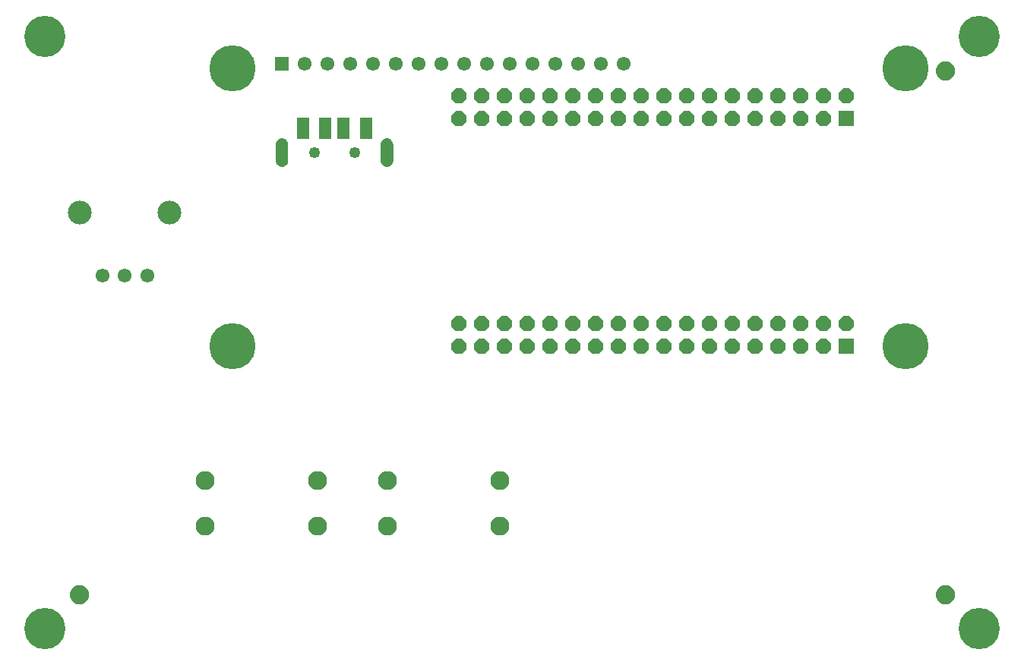
<source format=gbr>
G04 EAGLE Gerber RS-274X export*
G75*
%MOMM*%
%FSLAX34Y34*%
%LPD*%
%INSoldermask Bottom*%
%IPPOS*%
%AMOC8*
5,1,8,0,0,1.08239X$1,22.5*%
G01*
%ADD10R,1.676400X1.676400*%
%ADD11P,1.814519X8X202.500000*%
%ADD12C,1.552400*%
%ADD13C,2.652400*%
%ADD14C,2.112400*%
%ADD15R,1.552400X1.552400*%
%ADD16C,5.152400*%
%ADD17C,0.609600*%
%ADD18C,1.168400*%
%ADD19C,4.597400*%
%ADD20R,1.352400X2.452400*%
%ADD21C,1.252400*%
%ADD22C,0.852400*%

G36*
X316246Y565790D02*
X316246Y565790D01*
X316246Y565791D01*
X316247Y565790D01*
X317560Y566189D01*
X317561Y566189D01*
X318771Y566836D01*
X318771Y566837D01*
X318772Y566836D01*
X319832Y567707D01*
X319833Y567708D01*
X320704Y568768D01*
X320704Y568769D01*
X321351Y569979D01*
X321351Y569980D01*
X321750Y571293D01*
X321749Y571294D01*
X321750Y571294D01*
X321884Y572660D01*
X321884Y590660D01*
X321750Y592026D01*
X321749Y592026D01*
X321750Y592027D01*
X321351Y593340D01*
X321351Y593341D01*
X320704Y594551D01*
X320703Y594551D01*
X320704Y594552D01*
X319833Y595612D01*
X319832Y595613D01*
X318772Y596484D01*
X318771Y596484D01*
X317561Y597131D01*
X317560Y597131D01*
X316247Y597530D01*
X316246Y597529D01*
X316246Y597530D01*
X314880Y597664D01*
X313514Y597530D01*
X313514Y597529D01*
X313513Y597530D01*
X312200Y597131D01*
X312199Y597131D01*
X310989Y596484D01*
X310989Y596483D01*
X310988Y596484D01*
X309928Y595613D01*
X309927Y595612D01*
X309056Y594552D01*
X309056Y594551D01*
X308409Y593341D01*
X308409Y593340D01*
X308010Y592027D01*
X308011Y592026D01*
X308010Y592026D01*
X307876Y590660D01*
X307876Y572660D01*
X308010Y571294D01*
X308011Y571294D01*
X308010Y571293D01*
X308409Y569980D01*
X308409Y569979D01*
X309056Y568769D01*
X309057Y568769D01*
X309056Y568768D01*
X309927Y567708D01*
X309928Y567707D01*
X310988Y566836D01*
X310989Y566836D01*
X312199Y566189D01*
X312200Y566189D01*
X313513Y565790D01*
X313514Y565791D01*
X313514Y565790D01*
X314880Y565656D01*
X316246Y565790D01*
G37*
G36*
X433246Y565790D02*
X433246Y565790D01*
X433246Y565791D01*
X433247Y565790D01*
X434560Y566189D01*
X434561Y566189D01*
X435771Y566836D01*
X435771Y566837D01*
X435772Y566836D01*
X436832Y567707D01*
X436833Y567708D01*
X437704Y568768D01*
X437704Y568769D01*
X438351Y569979D01*
X438351Y569980D01*
X438750Y571293D01*
X438749Y571294D01*
X438750Y571294D01*
X438884Y572660D01*
X438884Y590660D01*
X438750Y592026D01*
X438749Y592026D01*
X438750Y592027D01*
X438351Y593340D01*
X438351Y593341D01*
X437704Y594551D01*
X437703Y594551D01*
X437704Y594552D01*
X436833Y595612D01*
X436832Y595613D01*
X435772Y596484D01*
X435771Y596484D01*
X434561Y597131D01*
X434560Y597131D01*
X433247Y597530D01*
X433246Y597529D01*
X433246Y597530D01*
X431880Y597664D01*
X430514Y597530D01*
X430514Y597529D01*
X430513Y597530D01*
X429200Y597131D01*
X429199Y597131D01*
X427989Y596484D01*
X427989Y596483D01*
X427988Y596484D01*
X426928Y595613D01*
X426927Y595612D01*
X426056Y594552D01*
X426056Y594551D01*
X425409Y593341D01*
X425409Y593340D01*
X425010Y592027D01*
X425011Y592026D01*
X425010Y592026D01*
X424876Y590660D01*
X424876Y572660D01*
X425010Y571294D01*
X425011Y571294D01*
X425010Y571293D01*
X425409Y569980D01*
X425409Y569979D01*
X426056Y568769D01*
X426057Y568769D01*
X426056Y568768D01*
X426927Y567708D01*
X426928Y567707D01*
X427988Y566836D01*
X427989Y566836D01*
X429199Y566189D01*
X429200Y566189D01*
X430513Y565790D01*
X430514Y565791D01*
X430514Y565790D01*
X431880Y565656D01*
X433246Y565790D01*
G37*
D10*
X944200Y365500D03*
D11*
X944200Y390900D03*
X918800Y365500D03*
X918800Y390900D03*
X893400Y365500D03*
X893400Y390900D03*
X868000Y365500D03*
X868000Y390900D03*
X842600Y365500D03*
X842600Y390900D03*
X817200Y365500D03*
X817200Y390900D03*
X791800Y365500D03*
X791800Y390900D03*
X766400Y365500D03*
X766400Y390900D03*
X741000Y365500D03*
X741000Y390900D03*
X715600Y365500D03*
X715600Y390900D03*
X690200Y365500D03*
X690200Y390900D03*
X664800Y365500D03*
X664800Y390900D03*
X639400Y365500D03*
X639400Y390900D03*
X614000Y365500D03*
X614000Y390900D03*
X588600Y365500D03*
X588600Y390900D03*
X563200Y365500D03*
X563200Y390900D03*
X537800Y365500D03*
X537800Y390900D03*
X512400Y365500D03*
X512400Y390900D03*
D10*
X944200Y619500D03*
D11*
X944200Y644900D03*
X918800Y619500D03*
X918800Y644900D03*
X893400Y619500D03*
X893400Y644900D03*
X868000Y619500D03*
X868000Y644900D03*
X842600Y619500D03*
X842600Y644900D03*
X817200Y619500D03*
X817200Y644900D03*
X791800Y619500D03*
X791800Y644900D03*
X766400Y619500D03*
X766400Y644900D03*
X741000Y619500D03*
X741000Y644900D03*
X715600Y619500D03*
X715600Y644900D03*
X690200Y619500D03*
X690200Y644900D03*
X664800Y619500D03*
X664800Y644900D03*
X639400Y619500D03*
X639400Y644900D03*
X614000Y619500D03*
X614000Y644900D03*
X588600Y619500D03*
X588600Y644900D03*
X563200Y619500D03*
X563200Y644900D03*
X537800Y619500D03*
X537800Y644900D03*
X512400Y619500D03*
X512400Y644900D03*
D12*
X114700Y444500D03*
X139700Y444500D03*
X164700Y444500D03*
D13*
X89700Y514500D03*
X189700Y514500D03*
D14*
X354600Y215500D03*
X354600Y165500D03*
X229600Y165500D03*
X229600Y215500D03*
D15*
X315000Y680700D03*
D12*
X340400Y680700D03*
X365800Y680700D03*
X391200Y680700D03*
X416600Y680700D03*
X442000Y680700D03*
X467400Y680700D03*
X492800Y680700D03*
X518200Y680700D03*
X543600Y680700D03*
X569000Y680700D03*
X594400Y680700D03*
X619800Y680700D03*
X645200Y680700D03*
X670600Y680700D03*
X696000Y680700D03*
D16*
X260000Y675700D03*
X1010000Y675700D03*
X260000Y365700D03*
X1010000Y365700D03*
D14*
X557800Y215500D03*
X557800Y165500D03*
X432800Y165500D03*
X432800Y215500D03*
D17*
X81280Y88900D02*
X81282Y89087D01*
X81289Y89274D01*
X81301Y89461D01*
X81317Y89647D01*
X81337Y89833D01*
X81362Y90018D01*
X81392Y90203D01*
X81426Y90387D01*
X81465Y90570D01*
X81508Y90752D01*
X81556Y90932D01*
X81608Y91112D01*
X81665Y91290D01*
X81725Y91467D01*
X81791Y91642D01*
X81860Y91816D01*
X81934Y91988D01*
X82012Y92158D01*
X82094Y92326D01*
X82180Y92492D01*
X82270Y92656D01*
X82364Y92817D01*
X82462Y92977D01*
X82564Y93133D01*
X82670Y93288D01*
X82780Y93439D01*
X82893Y93588D01*
X83010Y93734D01*
X83130Y93877D01*
X83254Y94017D01*
X83381Y94154D01*
X83512Y94288D01*
X83646Y94419D01*
X83783Y94546D01*
X83923Y94670D01*
X84066Y94790D01*
X84212Y94907D01*
X84361Y95020D01*
X84512Y95130D01*
X84667Y95236D01*
X84823Y95338D01*
X84983Y95436D01*
X85144Y95530D01*
X85308Y95620D01*
X85474Y95706D01*
X85642Y95788D01*
X85812Y95866D01*
X85984Y95940D01*
X86158Y96009D01*
X86333Y96075D01*
X86510Y96135D01*
X86688Y96192D01*
X86868Y96244D01*
X87048Y96292D01*
X87230Y96335D01*
X87413Y96374D01*
X87597Y96408D01*
X87782Y96438D01*
X87967Y96463D01*
X88153Y96483D01*
X88339Y96499D01*
X88526Y96511D01*
X88713Y96518D01*
X88900Y96520D01*
X89087Y96518D01*
X89274Y96511D01*
X89461Y96499D01*
X89647Y96483D01*
X89833Y96463D01*
X90018Y96438D01*
X90203Y96408D01*
X90387Y96374D01*
X90570Y96335D01*
X90752Y96292D01*
X90932Y96244D01*
X91112Y96192D01*
X91290Y96135D01*
X91467Y96075D01*
X91642Y96009D01*
X91816Y95940D01*
X91988Y95866D01*
X92158Y95788D01*
X92326Y95706D01*
X92492Y95620D01*
X92656Y95530D01*
X92817Y95436D01*
X92977Y95338D01*
X93133Y95236D01*
X93288Y95130D01*
X93439Y95020D01*
X93588Y94907D01*
X93734Y94790D01*
X93877Y94670D01*
X94017Y94546D01*
X94154Y94419D01*
X94288Y94288D01*
X94419Y94154D01*
X94546Y94017D01*
X94670Y93877D01*
X94790Y93734D01*
X94907Y93588D01*
X95020Y93439D01*
X95130Y93288D01*
X95236Y93133D01*
X95338Y92977D01*
X95436Y92817D01*
X95530Y92656D01*
X95620Y92492D01*
X95706Y92326D01*
X95788Y92158D01*
X95866Y91988D01*
X95940Y91816D01*
X96009Y91642D01*
X96075Y91467D01*
X96135Y91290D01*
X96192Y91112D01*
X96244Y90932D01*
X96292Y90752D01*
X96335Y90570D01*
X96374Y90387D01*
X96408Y90203D01*
X96438Y90018D01*
X96463Y89833D01*
X96483Y89647D01*
X96499Y89461D01*
X96511Y89274D01*
X96518Y89087D01*
X96520Y88900D01*
X96518Y88713D01*
X96511Y88526D01*
X96499Y88339D01*
X96483Y88153D01*
X96463Y87967D01*
X96438Y87782D01*
X96408Y87597D01*
X96374Y87413D01*
X96335Y87230D01*
X96292Y87048D01*
X96244Y86868D01*
X96192Y86688D01*
X96135Y86510D01*
X96075Y86333D01*
X96009Y86158D01*
X95940Y85984D01*
X95866Y85812D01*
X95788Y85642D01*
X95706Y85474D01*
X95620Y85308D01*
X95530Y85144D01*
X95436Y84983D01*
X95338Y84823D01*
X95236Y84667D01*
X95130Y84512D01*
X95020Y84361D01*
X94907Y84212D01*
X94790Y84066D01*
X94670Y83923D01*
X94546Y83783D01*
X94419Y83646D01*
X94288Y83512D01*
X94154Y83381D01*
X94017Y83254D01*
X93877Y83130D01*
X93734Y83010D01*
X93588Y82893D01*
X93439Y82780D01*
X93288Y82670D01*
X93133Y82564D01*
X92977Y82462D01*
X92817Y82364D01*
X92656Y82270D01*
X92492Y82180D01*
X92326Y82094D01*
X92158Y82012D01*
X91988Y81934D01*
X91816Y81860D01*
X91642Y81791D01*
X91467Y81725D01*
X91290Y81665D01*
X91112Y81608D01*
X90932Y81556D01*
X90752Y81508D01*
X90570Y81465D01*
X90387Y81426D01*
X90203Y81392D01*
X90018Y81362D01*
X89833Y81337D01*
X89647Y81317D01*
X89461Y81301D01*
X89274Y81289D01*
X89087Y81282D01*
X88900Y81280D01*
X88713Y81282D01*
X88526Y81289D01*
X88339Y81301D01*
X88153Y81317D01*
X87967Y81337D01*
X87782Y81362D01*
X87597Y81392D01*
X87413Y81426D01*
X87230Y81465D01*
X87048Y81508D01*
X86868Y81556D01*
X86688Y81608D01*
X86510Y81665D01*
X86333Y81725D01*
X86158Y81791D01*
X85984Y81860D01*
X85812Y81934D01*
X85642Y82012D01*
X85474Y82094D01*
X85308Y82180D01*
X85144Y82270D01*
X84983Y82364D01*
X84823Y82462D01*
X84667Y82564D01*
X84512Y82670D01*
X84361Y82780D01*
X84212Y82893D01*
X84066Y83010D01*
X83923Y83130D01*
X83783Y83254D01*
X83646Y83381D01*
X83512Y83512D01*
X83381Y83646D01*
X83254Y83783D01*
X83130Y83923D01*
X83010Y84066D01*
X82893Y84212D01*
X82780Y84361D01*
X82670Y84512D01*
X82564Y84667D01*
X82462Y84823D01*
X82364Y84983D01*
X82270Y85144D01*
X82180Y85308D01*
X82094Y85474D01*
X82012Y85642D01*
X81934Y85812D01*
X81860Y85984D01*
X81791Y86158D01*
X81725Y86333D01*
X81665Y86510D01*
X81608Y86688D01*
X81556Y86868D01*
X81508Y87048D01*
X81465Y87230D01*
X81426Y87413D01*
X81392Y87597D01*
X81362Y87782D01*
X81337Y87967D01*
X81317Y88153D01*
X81301Y88339D01*
X81289Y88526D01*
X81282Y88713D01*
X81280Y88900D01*
D18*
X88900Y88900D03*
D17*
X1046480Y88900D02*
X1046482Y89087D01*
X1046489Y89274D01*
X1046501Y89461D01*
X1046517Y89647D01*
X1046537Y89833D01*
X1046562Y90018D01*
X1046592Y90203D01*
X1046626Y90387D01*
X1046665Y90570D01*
X1046708Y90752D01*
X1046756Y90932D01*
X1046808Y91112D01*
X1046865Y91290D01*
X1046925Y91467D01*
X1046991Y91642D01*
X1047060Y91816D01*
X1047134Y91988D01*
X1047212Y92158D01*
X1047294Y92326D01*
X1047380Y92492D01*
X1047470Y92656D01*
X1047564Y92817D01*
X1047662Y92977D01*
X1047764Y93133D01*
X1047870Y93288D01*
X1047980Y93439D01*
X1048093Y93588D01*
X1048210Y93734D01*
X1048330Y93877D01*
X1048454Y94017D01*
X1048581Y94154D01*
X1048712Y94288D01*
X1048846Y94419D01*
X1048983Y94546D01*
X1049123Y94670D01*
X1049266Y94790D01*
X1049412Y94907D01*
X1049561Y95020D01*
X1049712Y95130D01*
X1049867Y95236D01*
X1050023Y95338D01*
X1050183Y95436D01*
X1050344Y95530D01*
X1050508Y95620D01*
X1050674Y95706D01*
X1050842Y95788D01*
X1051012Y95866D01*
X1051184Y95940D01*
X1051358Y96009D01*
X1051533Y96075D01*
X1051710Y96135D01*
X1051888Y96192D01*
X1052068Y96244D01*
X1052248Y96292D01*
X1052430Y96335D01*
X1052613Y96374D01*
X1052797Y96408D01*
X1052982Y96438D01*
X1053167Y96463D01*
X1053353Y96483D01*
X1053539Y96499D01*
X1053726Y96511D01*
X1053913Y96518D01*
X1054100Y96520D01*
X1054287Y96518D01*
X1054474Y96511D01*
X1054661Y96499D01*
X1054847Y96483D01*
X1055033Y96463D01*
X1055218Y96438D01*
X1055403Y96408D01*
X1055587Y96374D01*
X1055770Y96335D01*
X1055952Y96292D01*
X1056132Y96244D01*
X1056312Y96192D01*
X1056490Y96135D01*
X1056667Y96075D01*
X1056842Y96009D01*
X1057016Y95940D01*
X1057188Y95866D01*
X1057358Y95788D01*
X1057526Y95706D01*
X1057692Y95620D01*
X1057856Y95530D01*
X1058017Y95436D01*
X1058177Y95338D01*
X1058333Y95236D01*
X1058488Y95130D01*
X1058639Y95020D01*
X1058788Y94907D01*
X1058934Y94790D01*
X1059077Y94670D01*
X1059217Y94546D01*
X1059354Y94419D01*
X1059488Y94288D01*
X1059619Y94154D01*
X1059746Y94017D01*
X1059870Y93877D01*
X1059990Y93734D01*
X1060107Y93588D01*
X1060220Y93439D01*
X1060330Y93288D01*
X1060436Y93133D01*
X1060538Y92977D01*
X1060636Y92817D01*
X1060730Y92656D01*
X1060820Y92492D01*
X1060906Y92326D01*
X1060988Y92158D01*
X1061066Y91988D01*
X1061140Y91816D01*
X1061209Y91642D01*
X1061275Y91467D01*
X1061335Y91290D01*
X1061392Y91112D01*
X1061444Y90932D01*
X1061492Y90752D01*
X1061535Y90570D01*
X1061574Y90387D01*
X1061608Y90203D01*
X1061638Y90018D01*
X1061663Y89833D01*
X1061683Y89647D01*
X1061699Y89461D01*
X1061711Y89274D01*
X1061718Y89087D01*
X1061720Y88900D01*
X1061718Y88713D01*
X1061711Y88526D01*
X1061699Y88339D01*
X1061683Y88153D01*
X1061663Y87967D01*
X1061638Y87782D01*
X1061608Y87597D01*
X1061574Y87413D01*
X1061535Y87230D01*
X1061492Y87048D01*
X1061444Y86868D01*
X1061392Y86688D01*
X1061335Y86510D01*
X1061275Y86333D01*
X1061209Y86158D01*
X1061140Y85984D01*
X1061066Y85812D01*
X1060988Y85642D01*
X1060906Y85474D01*
X1060820Y85308D01*
X1060730Y85144D01*
X1060636Y84983D01*
X1060538Y84823D01*
X1060436Y84667D01*
X1060330Y84512D01*
X1060220Y84361D01*
X1060107Y84212D01*
X1059990Y84066D01*
X1059870Y83923D01*
X1059746Y83783D01*
X1059619Y83646D01*
X1059488Y83512D01*
X1059354Y83381D01*
X1059217Y83254D01*
X1059077Y83130D01*
X1058934Y83010D01*
X1058788Y82893D01*
X1058639Y82780D01*
X1058488Y82670D01*
X1058333Y82564D01*
X1058177Y82462D01*
X1058017Y82364D01*
X1057856Y82270D01*
X1057692Y82180D01*
X1057526Y82094D01*
X1057358Y82012D01*
X1057188Y81934D01*
X1057016Y81860D01*
X1056842Y81791D01*
X1056667Y81725D01*
X1056490Y81665D01*
X1056312Y81608D01*
X1056132Y81556D01*
X1055952Y81508D01*
X1055770Y81465D01*
X1055587Y81426D01*
X1055403Y81392D01*
X1055218Y81362D01*
X1055033Y81337D01*
X1054847Y81317D01*
X1054661Y81301D01*
X1054474Y81289D01*
X1054287Y81282D01*
X1054100Y81280D01*
X1053913Y81282D01*
X1053726Y81289D01*
X1053539Y81301D01*
X1053353Y81317D01*
X1053167Y81337D01*
X1052982Y81362D01*
X1052797Y81392D01*
X1052613Y81426D01*
X1052430Y81465D01*
X1052248Y81508D01*
X1052068Y81556D01*
X1051888Y81608D01*
X1051710Y81665D01*
X1051533Y81725D01*
X1051358Y81791D01*
X1051184Y81860D01*
X1051012Y81934D01*
X1050842Y82012D01*
X1050674Y82094D01*
X1050508Y82180D01*
X1050344Y82270D01*
X1050183Y82364D01*
X1050023Y82462D01*
X1049867Y82564D01*
X1049712Y82670D01*
X1049561Y82780D01*
X1049412Y82893D01*
X1049266Y83010D01*
X1049123Y83130D01*
X1048983Y83254D01*
X1048846Y83381D01*
X1048712Y83512D01*
X1048581Y83646D01*
X1048454Y83783D01*
X1048330Y83923D01*
X1048210Y84066D01*
X1048093Y84212D01*
X1047980Y84361D01*
X1047870Y84512D01*
X1047764Y84667D01*
X1047662Y84823D01*
X1047564Y84983D01*
X1047470Y85144D01*
X1047380Y85308D01*
X1047294Y85474D01*
X1047212Y85642D01*
X1047134Y85812D01*
X1047060Y85984D01*
X1046991Y86158D01*
X1046925Y86333D01*
X1046865Y86510D01*
X1046808Y86688D01*
X1046756Y86868D01*
X1046708Y87048D01*
X1046665Y87230D01*
X1046626Y87413D01*
X1046592Y87597D01*
X1046562Y87782D01*
X1046537Y87967D01*
X1046517Y88153D01*
X1046501Y88339D01*
X1046489Y88526D01*
X1046482Y88713D01*
X1046480Y88900D01*
D18*
X1054100Y88900D03*
D17*
X1046480Y673100D02*
X1046482Y673287D01*
X1046489Y673474D01*
X1046501Y673661D01*
X1046517Y673847D01*
X1046537Y674033D01*
X1046562Y674218D01*
X1046592Y674403D01*
X1046626Y674587D01*
X1046665Y674770D01*
X1046708Y674952D01*
X1046756Y675132D01*
X1046808Y675312D01*
X1046865Y675490D01*
X1046925Y675667D01*
X1046991Y675842D01*
X1047060Y676016D01*
X1047134Y676188D01*
X1047212Y676358D01*
X1047294Y676526D01*
X1047380Y676692D01*
X1047470Y676856D01*
X1047564Y677017D01*
X1047662Y677177D01*
X1047764Y677333D01*
X1047870Y677488D01*
X1047980Y677639D01*
X1048093Y677788D01*
X1048210Y677934D01*
X1048330Y678077D01*
X1048454Y678217D01*
X1048581Y678354D01*
X1048712Y678488D01*
X1048846Y678619D01*
X1048983Y678746D01*
X1049123Y678870D01*
X1049266Y678990D01*
X1049412Y679107D01*
X1049561Y679220D01*
X1049712Y679330D01*
X1049867Y679436D01*
X1050023Y679538D01*
X1050183Y679636D01*
X1050344Y679730D01*
X1050508Y679820D01*
X1050674Y679906D01*
X1050842Y679988D01*
X1051012Y680066D01*
X1051184Y680140D01*
X1051358Y680209D01*
X1051533Y680275D01*
X1051710Y680335D01*
X1051888Y680392D01*
X1052068Y680444D01*
X1052248Y680492D01*
X1052430Y680535D01*
X1052613Y680574D01*
X1052797Y680608D01*
X1052982Y680638D01*
X1053167Y680663D01*
X1053353Y680683D01*
X1053539Y680699D01*
X1053726Y680711D01*
X1053913Y680718D01*
X1054100Y680720D01*
X1054287Y680718D01*
X1054474Y680711D01*
X1054661Y680699D01*
X1054847Y680683D01*
X1055033Y680663D01*
X1055218Y680638D01*
X1055403Y680608D01*
X1055587Y680574D01*
X1055770Y680535D01*
X1055952Y680492D01*
X1056132Y680444D01*
X1056312Y680392D01*
X1056490Y680335D01*
X1056667Y680275D01*
X1056842Y680209D01*
X1057016Y680140D01*
X1057188Y680066D01*
X1057358Y679988D01*
X1057526Y679906D01*
X1057692Y679820D01*
X1057856Y679730D01*
X1058017Y679636D01*
X1058177Y679538D01*
X1058333Y679436D01*
X1058488Y679330D01*
X1058639Y679220D01*
X1058788Y679107D01*
X1058934Y678990D01*
X1059077Y678870D01*
X1059217Y678746D01*
X1059354Y678619D01*
X1059488Y678488D01*
X1059619Y678354D01*
X1059746Y678217D01*
X1059870Y678077D01*
X1059990Y677934D01*
X1060107Y677788D01*
X1060220Y677639D01*
X1060330Y677488D01*
X1060436Y677333D01*
X1060538Y677177D01*
X1060636Y677017D01*
X1060730Y676856D01*
X1060820Y676692D01*
X1060906Y676526D01*
X1060988Y676358D01*
X1061066Y676188D01*
X1061140Y676016D01*
X1061209Y675842D01*
X1061275Y675667D01*
X1061335Y675490D01*
X1061392Y675312D01*
X1061444Y675132D01*
X1061492Y674952D01*
X1061535Y674770D01*
X1061574Y674587D01*
X1061608Y674403D01*
X1061638Y674218D01*
X1061663Y674033D01*
X1061683Y673847D01*
X1061699Y673661D01*
X1061711Y673474D01*
X1061718Y673287D01*
X1061720Y673100D01*
X1061718Y672913D01*
X1061711Y672726D01*
X1061699Y672539D01*
X1061683Y672353D01*
X1061663Y672167D01*
X1061638Y671982D01*
X1061608Y671797D01*
X1061574Y671613D01*
X1061535Y671430D01*
X1061492Y671248D01*
X1061444Y671068D01*
X1061392Y670888D01*
X1061335Y670710D01*
X1061275Y670533D01*
X1061209Y670358D01*
X1061140Y670184D01*
X1061066Y670012D01*
X1060988Y669842D01*
X1060906Y669674D01*
X1060820Y669508D01*
X1060730Y669344D01*
X1060636Y669183D01*
X1060538Y669023D01*
X1060436Y668867D01*
X1060330Y668712D01*
X1060220Y668561D01*
X1060107Y668412D01*
X1059990Y668266D01*
X1059870Y668123D01*
X1059746Y667983D01*
X1059619Y667846D01*
X1059488Y667712D01*
X1059354Y667581D01*
X1059217Y667454D01*
X1059077Y667330D01*
X1058934Y667210D01*
X1058788Y667093D01*
X1058639Y666980D01*
X1058488Y666870D01*
X1058333Y666764D01*
X1058177Y666662D01*
X1058017Y666564D01*
X1057856Y666470D01*
X1057692Y666380D01*
X1057526Y666294D01*
X1057358Y666212D01*
X1057188Y666134D01*
X1057016Y666060D01*
X1056842Y665991D01*
X1056667Y665925D01*
X1056490Y665865D01*
X1056312Y665808D01*
X1056132Y665756D01*
X1055952Y665708D01*
X1055770Y665665D01*
X1055587Y665626D01*
X1055403Y665592D01*
X1055218Y665562D01*
X1055033Y665537D01*
X1054847Y665517D01*
X1054661Y665501D01*
X1054474Y665489D01*
X1054287Y665482D01*
X1054100Y665480D01*
X1053913Y665482D01*
X1053726Y665489D01*
X1053539Y665501D01*
X1053353Y665517D01*
X1053167Y665537D01*
X1052982Y665562D01*
X1052797Y665592D01*
X1052613Y665626D01*
X1052430Y665665D01*
X1052248Y665708D01*
X1052068Y665756D01*
X1051888Y665808D01*
X1051710Y665865D01*
X1051533Y665925D01*
X1051358Y665991D01*
X1051184Y666060D01*
X1051012Y666134D01*
X1050842Y666212D01*
X1050674Y666294D01*
X1050508Y666380D01*
X1050344Y666470D01*
X1050183Y666564D01*
X1050023Y666662D01*
X1049867Y666764D01*
X1049712Y666870D01*
X1049561Y666980D01*
X1049412Y667093D01*
X1049266Y667210D01*
X1049123Y667330D01*
X1048983Y667454D01*
X1048846Y667581D01*
X1048712Y667712D01*
X1048581Y667846D01*
X1048454Y667983D01*
X1048330Y668123D01*
X1048210Y668266D01*
X1048093Y668412D01*
X1047980Y668561D01*
X1047870Y668712D01*
X1047764Y668867D01*
X1047662Y669023D01*
X1047564Y669183D01*
X1047470Y669344D01*
X1047380Y669508D01*
X1047294Y669674D01*
X1047212Y669842D01*
X1047134Y670012D01*
X1047060Y670184D01*
X1046991Y670358D01*
X1046925Y670533D01*
X1046865Y670710D01*
X1046808Y670888D01*
X1046756Y671068D01*
X1046708Y671248D01*
X1046665Y671430D01*
X1046626Y671613D01*
X1046592Y671797D01*
X1046562Y671982D01*
X1046537Y672167D01*
X1046517Y672353D01*
X1046501Y672539D01*
X1046489Y672726D01*
X1046482Y672913D01*
X1046480Y673100D01*
D18*
X1054100Y673100D03*
D19*
X50800Y50800D03*
X50800Y711200D03*
X1092200Y711200D03*
X1092200Y50800D03*
D20*
X338380Y609160D03*
X363380Y609160D03*
X383380Y609160D03*
X408380Y609160D03*
D21*
X395880Y581660D03*
X350880Y581660D03*
D22*
X431880Y581660D03*
X314880Y581660D03*
M02*

</source>
